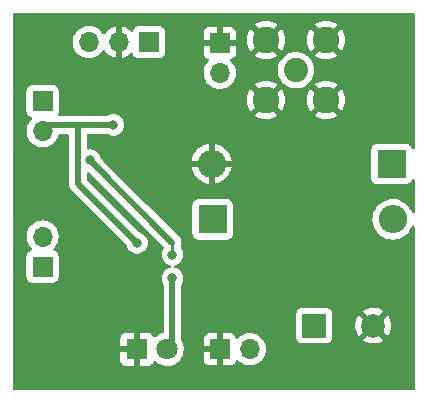
<source format=gbr>
%TF.GenerationSoftware,KiCad,Pcbnew,5.99.0-unknown-34fb55dc9c~93~ubuntu20.04.1*%
%TF.CreationDate,2020-12-20T23:19:58+03:00*%
%TF.ProjectId,uhf_detector,7568665f-6465-4746-9563-746f722e6b69,rev?*%
%TF.SameCoordinates,Original*%
%TF.FileFunction,Copper,L2,Bot*%
%TF.FilePolarity,Positive*%
%FSLAX46Y46*%
G04 Gerber Fmt 4.6, Leading zero omitted, Abs format (unit mm)*
G04 Created by KiCad (PCBNEW 5.99.0-unknown-34fb55dc9c~93~ubuntu20.04.1) date 2020-12-20 23:19:58*
%MOMM*%
%LPD*%
G01*
G04 APERTURE LIST*
%TA.AperFunction,ComponentPad*%
%ADD10O,1.700000X1.700000*%
%TD*%
%TA.AperFunction,ComponentPad*%
%ADD11R,1.700000X1.700000*%
%TD*%
%TA.AperFunction,ComponentPad*%
%ADD12C,2.000000*%
%TD*%
%TA.AperFunction,ComponentPad*%
%ADD13R,2.000000X2.000000*%
%TD*%
%TA.AperFunction,ComponentPad*%
%ADD14C,2.250000*%
%TD*%
%TA.AperFunction,ComponentPad*%
%ADD15C,2.050000*%
%TD*%
%TA.AperFunction,ComponentPad*%
%ADD16C,1.800000*%
%TD*%
%TA.AperFunction,ComponentPad*%
%ADD17R,1.800000X1.800000*%
%TD*%
%TA.AperFunction,ComponentPad*%
%ADD18O,2.400000X2.400000*%
%TD*%
%TA.AperFunction,ComponentPad*%
%ADD19R,2.400000X2.400000*%
%TD*%
%TA.AperFunction,ViaPad*%
%ADD20C,0.800000*%
%TD*%
%TA.AperFunction,Conductor*%
%ADD21C,0.500000*%
%TD*%
%TA.AperFunction,Conductor*%
%ADD22C,0.250000*%
%TD*%
G04 APERTURE END LIST*
D10*
%TO.P,J6,2,Pin_2*%
%TO.N,+9V*%
X41540000Y-63000000D03*
D11*
%TO.P,J6,1,Pin_1*%
%TO.N,GNDA*%
X39000000Y-63000000D03*
%TD*%
D12*
%TO.P,C2,2*%
%TO.N,GNDA*%
X52000000Y-61000000D03*
D13*
%TO.P,C2,1*%
%TO.N,+9V*%
X47000000Y-61000000D03*
%TD*%
D10*
%TO.P,J5,2,Pin_2*%
%TO.N,Net-(C1-Pad1)*%
X39000000Y-39590000D03*
D11*
%TO.P,J5,1,Pin_1*%
%TO.N,GNDA*%
X39000000Y-37050000D03*
%TD*%
D14*
%TO.P,J4,2,Ext*%
%TO.N,GNDA*%
X42920000Y-41900000D03*
X42920000Y-36820000D03*
X48000000Y-36820000D03*
X48000000Y-41900000D03*
D15*
%TO.P,J4,1,In*%
%TO.N,Net-(C1-Pad1)*%
X45460000Y-39360000D03*
%TD*%
D10*
%TO.P,J3,3,Pin_3*%
%TO.N,/CH1*%
X27920000Y-37000000D03*
%TO.P,J3,2,Pin_2*%
%TO.N,GNDA*%
X30460000Y-37000000D03*
D11*
%TO.P,J3,1,Pin_1*%
%TO.N,/CH2*%
X33000000Y-37000000D03*
%TD*%
D10*
%TO.P,J2,2,Pin_2*%
%TO.N,Net-(J2-Pad2)*%
X24000000Y-53460000D03*
D11*
%TO.P,J2,1,Pin_1*%
%TO.N,Net-(J2-Pad1)*%
X24000000Y-56000000D03*
%TD*%
D10*
%TO.P,J1,2,Pin_2*%
%TO.N,Net-(J1-Pad2)*%
X24000000Y-44540000D03*
D11*
%TO.P,J1,1,Pin_1*%
%TO.N,/CH1*%
X24000000Y-42000000D03*
%TD*%
D16*
%TO.P,D3,2,A*%
%TO.N,Net-(D3-Pad2)*%
X34540000Y-63000000D03*
D17*
%TO.P,D3,1,K*%
%TO.N,GNDA*%
X32000000Y-63000000D03*
%TD*%
D18*
%TO.P,D2,2,A*%
%TO.N,Net-(C1-Pad2)*%
X53640000Y-52000000D03*
D19*
%TO.P,D2,1,K*%
%TO.N,Net-(C3-Pad1)*%
X38400000Y-52000000D03*
%TD*%
D18*
%TO.P,D1,2,A*%
%TO.N,GNDA*%
X38310000Y-47300000D03*
D19*
%TO.P,D1,1,K*%
%TO.N,Net-(C1-Pad2)*%
X53550000Y-47300000D03*
%TD*%
D20*
%TO.N,GNDA*%
X38000000Y-57000000D03*
X26000000Y-60000000D03*
X29600000Y-57500000D03*
X32000000Y-41000000D03*
X30000000Y-41000000D03*
X30000000Y-46000000D03*
%TO.N,Net-(J1-Pad2)*%
X32000000Y-54000000D03*
X30000000Y-44000000D03*
%TO.N,/CH1*%
X35000000Y-55000000D03*
X28000000Y-47000000D03*
%TO.N,Net-(D3-Pad2)*%
X35000000Y-57000000D03*
%TD*%
D21*
%TO.N,Net-(J1-Pad2)*%
X27000000Y-49000000D02*
X27000000Y-46434315D01*
D22*
X27000000Y-44000000D02*
X30000000Y-44000000D01*
D21*
X32000000Y-54000000D02*
X27000000Y-49000000D01*
X27000000Y-46434315D02*
X27000000Y-44000000D01*
X30000000Y-44000000D02*
X24540000Y-44000000D01*
D22*
X24540000Y-44000000D02*
X24000000Y-44540000D01*
%TO.N,/CH1*%
X35000000Y-55000000D02*
X35000000Y-54000000D01*
D21*
X35000000Y-54000000D02*
X28000000Y-47000000D01*
%TO.N,Net-(D3-Pad2)*%
X35000000Y-57000000D02*
X35000000Y-62540000D01*
X35000000Y-62540000D02*
X34540000Y-63000000D01*
%TD*%
%TA.AperFunction,Conductor*%
%TO.N,GNDA*%
G36*
X55434121Y-34528002D02*
G01*
X55480614Y-34581658D01*
X55492000Y-34634000D01*
X55492000Y-45946573D01*
X55471998Y-46014694D01*
X55418342Y-46061187D01*
X55348068Y-46071291D01*
X55283488Y-46041797D01*
X55245104Y-45982071D01*
X55219635Y-45895330D01*
X55219634Y-45895328D01*
X55217096Y-45886684D01*
X55171393Y-45815569D01*
X55142949Y-45771309D01*
X55142947Y-45771306D01*
X55138077Y-45763729D01*
X55131267Y-45757828D01*
X55034431Y-45673918D01*
X55034428Y-45673916D01*
X55027619Y-45668016D01*
X55019421Y-45664272D01*
X54902864Y-45611042D01*
X54902863Y-45611042D01*
X54894670Y-45607300D01*
X54885755Y-45606018D01*
X54885754Y-45606018D01*
X54754448Y-45587139D01*
X54754441Y-45587138D01*
X54750000Y-45586500D01*
X52350000Y-45586500D01*
X52276921Y-45591727D01*
X52223884Y-45607300D01*
X52145330Y-45630365D01*
X52145328Y-45630366D01*
X52136684Y-45632904D01*
X52129105Y-45637775D01*
X52021309Y-45707051D01*
X52021306Y-45707053D01*
X52013729Y-45711923D01*
X52007828Y-45718733D01*
X51923918Y-45815569D01*
X51923916Y-45815572D01*
X51918016Y-45822381D01*
X51914272Y-45830579D01*
X51887729Y-45888701D01*
X51857300Y-45955330D01*
X51856018Y-45964245D01*
X51856018Y-45964246D01*
X51837139Y-46095552D01*
X51837138Y-46095559D01*
X51836500Y-46100000D01*
X51836500Y-48500000D01*
X51841727Y-48573079D01*
X51843631Y-48579562D01*
X51878539Y-48698449D01*
X51882904Y-48713316D01*
X51887775Y-48720895D01*
X51957051Y-48828691D01*
X51957053Y-48828694D01*
X51961923Y-48836271D01*
X51968733Y-48842172D01*
X52065569Y-48926082D01*
X52065572Y-48926084D01*
X52072381Y-48931984D01*
X52080579Y-48935728D01*
X52170753Y-48976909D01*
X52205330Y-48992700D01*
X52214245Y-48993982D01*
X52214246Y-48993982D01*
X52345552Y-49012861D01*
X52345559Y-49012862D01*
X52350000Y-49013500D01*
X54750000Y-49013500D01*
X54823079Y-49008273D01*
X54929896Y-48976909D01*
X54954670Y-48969635D01*
X54954672Y-48969634D01*
X54963316Y-48967096D01*
X55012125Y-48935728D01*
X55078691Y-48892949D01*
X55078694Y-48892947D01*
X55086271Y-48888077D01*
X55092172Y-48881267D01*
X55176082Y-48784431D01*
X55176084Y-48784428D01*
X55181984Y-48777619D01*
X55242700Y-48644670D01*
X55243982Y-48635753D01*
X55245104Y-48631932D01*
X55283487Y-48572206D01*
X55348068Y-48542713D01*
X55418342Y-48552816D01*
X55471998Y-48599309D01*
X55492000Y-48667430D01*
X55492000Y-51375431D01*
X55471998Y-51443552D01*
X55418342Y-51490045D01*
X55348068Y-51500149D01*
X55283488Y-51470655D01*
X55248970Y-51422121D01*
X55180545Y-51250614D01*
X55178770Y-51246164D01*
X55047039Y-51022082D01*
X54882929Y-50820504D01*
X54690216Y-50646069D01*
X54473336Y-50502791D01*
X54468996Y-50500790D01*
X54468992Y-50500788D01*
X54241630Y-50395973D01*
X54241627Y-50395972D01*
X54237278Y-50393967D01*
X54147073Y-50368016D01*
X53992069Y-50323423D01*
X53992065Y-50323422D01*
X53987476Y-50322102D01*
X53982741Y-50321491D01*
X53982735Y-50321490D01*
X53734415Y-50289459D01*
X53729678Y-50288848D01*
X53591912Y-50292095D01*
X53474596Y-50294859D01*
X53474591Y-50294859D01*
X53469816Y-50294972D01*
X53407490Y-50306018D01*
X53218574Y-50339499D01*
X53218570Y-50339500D01*
X53213870Y-50340333D01*
X52967730Y-50423886D01*
X52737061Y-50543709D01*
X52527171Y-50697044D01*
X52523779Y-50700418D01*
X52523777Y-50700420D01*
X52346282Y-50876988D01*
X52346278Y-50876993D01*
X52342889Y-50880364D01*
X52188457Y-51089449D01*
X52067427Y-51319487D01*
X51982587Y-51565186D01*
X51935887Y-51820890D01*
X51928402Y-52080717D01*
X51937330Y-52152912D01*
X51956060Y-52304357D01*
X51960305Y-52338686D01*
X51961603Y-52343289D01*
X51961604Y-52343293D01*
X51987642Y-52435616D01*
X52030862Y-52588861D01*
X52138449Y-52825485D01*
X52280589Y-53043113D01*
X52293288Y-53057291D01*
X52423125Y-53202250D01*
X52454013Y-53236736D01*
X52543621Y-53310472D01*
X52651023Y-53398851D01*
X52651028Y-53398854D01*
X52654729Y-53401900D01*
X52878118Y-53534802D01*
X52992835Y-53581267D01*
X53114599Y-53630587D01*
X53114603Y-53630588D01*
X53119039Y-53632385D01*
X53371950Y-53692404D01*
X53376721Y-53692792D01*
X53376727Y-53692793D01*
X53617805Y-53712401D01*
X53631028Y-53713477D01*
X53635802Y-53713139D01*
X53885529Y-53695457D01*
X53885532Y-53695456D01*
X53890313Y-53695118D01*
X53894989Y-53694060D01*
X54139177Y-53638806D01*
X54139181Y-53638805D01*
X54143838Y-53637751D01*
X54385768Y-53542696D01*
X54389900Y-53540296D01*
X54389904Y-53540294D01*
X54606400Y-53414543D01*
X54610537Y-53412140D01*
X54812971Y-53249088D01*
X54988413Y-53057291D01*
X55132825Y-52841164D01*
X55242883Y-52605679D01*
X55245096Y-52598134D01*
X55245701Y-52597193D01*
X55245921Y-52596611D01*
X55246045Y-52596658D01*
X55283466Y-52538400D01*
X55348041Y-52508892D01*
X55418317Y-52518981D01*
X55471983Y-52565462D01*
X55492000Y-52633606D01*
X55492000Y-66366000D01*
X55471998Y-66434121D01*
X55418342Y-66480614D01*
X55366000Y-66492000D01*
X21634000Y-66492000D01*
X21565879Y-66471998D01*
X21519386Y-66418342D01*
X21508000Y-66366000D01*
X21508000Y-63267548D01*
X30587000Y-63267548D01*
X30587000Y-63897743D01*
X30587161Y-63902250D01*
X30591740Y-63966269D01*
X30594126Y-63979491D01*
X30630819Y-64104458D01*
X30638233Y-64120692D01*
X30707426Y-64228360D01*
X30719112Y-64241847D01*
X30815840Y-64325662D01*
X30830848Y-64335307D01*
X30947275Y-64388477D01*
X30964388Y-64393502D01*
X31095554Y-64412361D01*
X31104495Y-64413000D01*
X31727885Y-64413000D01*
X31743124Y-64408525D01*
X31744329Y-64407135D01*
X31746000Y-64399452D01*
X31746000Y-63272115D01*
X31741525Y-63256876D01*
X31740135Y-63255671D01*
X31732452Y-63254000D01*
X30605115Y-63254000D01*
X30589876Y-63258475D01*
X30588671Y-63259865D01*
X30587000Y-63267548D01*
X21508000Y-63267548D01*
X21508000Y-62104495D01*
X30587000Y-62104495D01*
X30587000Y-62727885D01*
X30591475Y-62743124D01*
X30592865Y-62744329D01*
X30600548Y-62746000D01*
X31727885Y-62746000D01*
X31743124Y-62741525D01*
X31744329Y-62740135D01*
X31746000Y-62732452D01*
X31746000Y-61605115D01*
X31741525Y-61589876D01*
X31740135Y-61588671D01*
X31732452Y-61587000D01*
X31102257Y-61587000D01*
X31097750Y-61587161D01*
X31033731Y-61591740D01*
X31020509Y-61594126D01*
X30895542Y-61630819D01*
X30879308Y-61638233D01*
X30771640Y-61707426D01*
X30758153Y-61719112D01*
X30674338Y-61815840D01*
X30664693Y-61830848D01*
X30611523Y-61947275D01*
X30606498Y-61964388D01*
X30587639Y-62095554D01*
X30587000Y-62104495D01*
X21508000Y-62104495D01*
X21508000Y-55150000D01*
X22636500Y-55150000D01*
X22636500Y-56850000D01*
X22641727Y-56923079D01*
X22643631Y-56929562D01*
X22666241Y-57006565D01*
X22682904Y-57063316D01*
X22687775Y-57070895D01*
X22757051Y-57178691D01*
X22757053Y-57178694D01*
X22761923Y-57186271D01*
X22768733Y-57192172D01*
X22865569Y-57276082D01*
X22865572Y-57276084D01*
X22872381Y-57281984D01*
X23005330Y-57342700D01*
X23014245Y-57343982D01*
X23014246Y-57343982D01*
X23145552Y-57362861D01*
X23145559Y-57362862D01*
X23150000Y-57363500D01*
X24850000Y-57363500D01*
X24923079Y-57358273D01*
X25001165Y-57335345D01*
X25054670Y-57319635D01*
X25054672Y-57319634D01*
X25063316Y-57317096D01*
X25127135Y-57276082D01*
X25178691Y-57242949D01*
X25178694Y-57242947D01*
X25186271Y-57238077D01*
X25226048Y-57192172D01*
X25276082Y-57134431D01*
X25276084Y-57134428D01*
X25281984Y-57127619D01*
X25342700Y-56994670D01*
X25353962Y-56916340D01*
X25362861Y-56854448D01*
X25362862Y-56854441D01*
X25363500Y-56850000D01*
X25363500Y-55150000D01*
X25358273Y-55076921D01*
X25334846Y-54997136D01*
X25319635Y-54945330D01*
X25319634Y-54945328D01*
X25317096Y-54936684D01*
X25273463Y-54868790D01*
X25242949Y-54821309D01*
X25242947Y-54821306D01*
X25238077Y-54813729D01*
X25231267Y-54807828D01*
X25134431Y-54723918D01*
X25134428Y-54723916D01*
X25127619Y-54718016D01*
X24994670Y-54657300D01*
X24987612Y-54656285D01*
X24928687Y-54618417D01*
X24899193Y-54553836D01*
X24909296Y-54483562D01*
X24934427Y-54447197D01*
X24936199Y-54445410D01*
X25046030Y-54334617D01*
X25134677Y-54208251D01*
X25175375Y-54150236D01*
X25175376Y-54150234D01*
X25178439Y-54145868D01*
X25277153Y-53937508D01*
X25339349Y-53715494D01*
X25340052Y-53708755D01*
X25347766Y-53634731D01*
X25363249Y-53486176D01*
X25363500Y-53460000D01*
X25354410Y-53352864D01*
X25344458Y-53235576D01*
X25344457Y-53235572D01*
X25344007Y-53230265D01*
X25339466Y-53212767D01*
X25287426Y-53012269D01*
X25286084Y-53007098D01*
X25234731Y-52893098D01*
X25193578Y-52801743D01*
X25193577Y-52801741D01*
X25191388Y-52796882D01*
X25062627Y-52605626D01*
X25054583Y-52597193D01*
X24907161Y-52442656D01*
X24903482Y-52438799D01*
X24718504Y-52301171D01*
X24713753Y-52298755D01*
X24713749Y-52298753D01*
X24517740Y-52199097D01*
X24517739Y-52199097D01*
X24512982Y-52196678D01*
X24372033Y-52152912D01*
X24297895Y-52129891D01*
X24297889Y-52129890D01*
X24292792Y-52128307D01*
X24187798Y-52114391D01*
X24069515Y-52098714D01*
X24069510Y-52098714D01*
X24064230Y-52098014D01*
X24058900Y-52098214D01*
X24058899Y-52098214D01*
X23949030Y-52102339D01*
X23833831Y-52106663D01*
X23751368Y-52123966D01*
X23613411Y-52152912D01*
X23613408Y-52152913D01*
X23608184Y-52154009D01*
X23393740Y-52238697D01*
X23196631Y-52358306D01*
X23192601Y-52361803D01*
X23099426Y-52442656D01*
X23022492Y-52509415D01*
X23019109Y-52513541D01*
X23019105Y-52513545D01*
X22939974Y-52610053D01*
X22876304Y-52687705D01*
X22762245Y-52888077D01*
X22683578Y-53104802D01*
X22682629Y-53110051D01*
X22682628Y-53110054D01*
X22660890Y-53230265D01*
X22642551Y-53331683D01*
X22641779Y-53412140D01*
X22640526Y-53542696D01*
X22640338Y-53562233D01*
X22677002Y-53789861D01*
X22751494Y-54008056D01*
X22861685Y-54210580D01*
X23004424Y-54391644D01*
X23064034Y-54445411D01*
X23101219Y-54505888D01*
X23099805Y-54576871D01*
X23060240Y-54635821D01*
X23015138Y-54659868D01*
X22945330Y-54680365D01*
X22945328Y-54680366D01*
X22936684Y-54682904D01*
X22929105Y-54687775D01*
X22821309Y-54757051D01*
X22821306Y-54757053D01*
X22813729Y-54761923D01*
X22807828Y-54768733D01*
X22723918Y-54865569D01*
X22723916Y-54865572D01*
X22718016Y-54872381D01*
X22657300Y-55005330D01*
X22656018Y-55014245D01*
X22656018Y-55014246D01*
X22637139Y-55145552D01*
X22637138Y-55145559D01*
X22636500Y-55150000D01*
X21508000Y-55150000D01*
X21508000Y-41150000D01*
X22636500Y-41150000D01*
X22636500Y-42850000D01*
X22641727Y-42923079D01*
X22682904Y-43063316D01*
X22701901Y-43092876D01*
X22757051Y-43178691D01*
X22757053Y-43178694D01*
X22761923Y-43186271D01*
X22768733Y-43192172D01*
X22865569Y-43276082D01*
X22865572Y-43276084D01*
X22872381Y-43281984D01*
X23005330Y-43342700D01*
X23011639Y-43343607D01*
X23070244Y-43381269D01*
X23099738Y-43445849D01*
X23089636Y-43516123D01*
X23057601Y-43558949D01*
X23022492Y-43589415D01*
X23019109Y-43593541D01*
X23019105Y-43593545D01*
X22985335Y-43634731D01*
X22876304Y-43767705D01*
X22873665Y-43772341D01*
X22873663Y-43772344D01*
X22848450Y-43816637D01*
X22762245Y-43968077D01*
X22683578Y-44184802D01*
X22682629Y-44190051D01*
X22682628Y-44190054D01*
X22648773Y-44377277D01*
X22642551Y-44411683D01*
X22640338Y-44642233D01*
X22677002Y-44869861D01*
X22751494Y-45088056D01*
X22861685Y-45290580D01*
X23004424Y-45471644D01*
X23008389Y-45475220D01*
X23171659Y-45622489D01*
X23171665Y-45622494D01*
X23175629Y-45626069D01*
X23180142Y-45628928D01*
X23180144Y-45628929D01*
X23186420Y-45632904D01*
X23370406Y-45749439D01*
X23583184Y-45838228D01*
X23588387Y-45839425D01*
X23588392Y-45839426D01*
X23802678Y-45888701D01*
X23802683Y-45888702D01*
X23807881Y-45889897D01*
X23813209Y-45890200D01*
X23813212Y-45890200D01*
X23969293Y-45899063D01*
X24038071Y-45902968D01*
X24043378Y-45902368D01*
X24043380Y-45902368D01*
X24182113Y-45886684D01*
X24267173Y-45877068D01*
X24272288Y-45875587D01*
X24272292Y-45875586D01*
X24401298Y-45838228D01*
X24488635Y-45812937D01*
X24696125Y-45712409D01*
X24700463Y-45709309D01*
X24700468Y-45709306D01*
X24843210Y-45607300D01*
X24883711Y-45578357D01*
X25046030Y-45414617D01*
X25133043Y-45290580D01*
X25175375Y-45230236D01*
X25175376Y-45230234D01*
X25178439Y-45225868D01*
X25277153Y-45017508D01*
X25307692Y-44908496D01*
X25323937Y-44850510D01*
X25361574Y-44790311D01*
X25425782Y-44760015D01*
X25445266Y-44758500D01*
X26115501Y-44758500D01*
X26183622Y-44778502D01*
X26230115Y-44832158D01*
X26241501Y-44884500D01*
X26241500Y-45693112D01*
X26241500Y-46477184D01*
X26241501Y-46477216D01*
X26241500Y-48934015D01*
X26240067Y-48952963D01*
X26236965Y-48973355D01*
X26237558Y-48980647D01*
X26237558Y-48980650D01*
X26241085Y-49024007D01*
X26241500Y-49034222D01*
X26241500Y-49042885D01*
X26241924Y-49046519D01*
X26241924Y-49046525D01*
X26244951Y-49072484D01*
X26245383Y-49076849D01*
X26251301Y-49149604D01*
X26253557Y-49156567D01*
X26254740Y-49162491D01*
X26256130Y-49168371D01*
X26256978Y-49175642D01*
X26281891Y-49244277D01*
X26283303Y-49248391D01*
X26303541Y-49310865D01*
X26303543Y-49310870D01*
X26305798Y-49317830D01*
X26309596Y-49324088D01*
X26312102Y-49329562D01*
X26314814Y-49334979D01*
X26317313Y-49341863D01*
X26321326Y-49347984D01*
X26321327Y-49347986D01*
X26357336Y-49402910D01*
X26359681Y-49406627D01*
X26397535Y-49469006D01*
X26401247Y-49473209D01*
X26405751Y-49478309D01*
X26407969Y-49480891D01*
X26410259Y-49483630D01*
X26414269Y-49489746D01*
X26419579Y-49494776D01*
X26466139Y-49538883D01*
X26468581Y-49541261D01*
X31079881Y-54152562D01*
X31110619Y-54202721D01*
X31165476Y-54371554D01*
X31260963Y-54536942D01*
X31265381Y-54541849D01*
X31265382Y-54541850D01*
X31371646Y-54659868D01*
X31388749Y-54678863D01*
X31394091Y-54682744D01*
X31394093Y-54682746D01*
X31450762Y-54723918D01*
X31543250Y-54791114D01*
X31549278Y-54793798D01*
X31549280Y-54793799D01*
X31711682Y-54866105D01*
X31717713Y-54868790D01*
X31811113Y-54888643D01*
X31898056Y-54907124D01*
X31898061Y-54907124D01*
X31904513Y-54908496D01*
X32095487Y-54908496D01*
X32101939Y-54907124D01*
X32101944Y-54907124D01*
X32188887Y-54888643D01*
X32282287Y-54868790D01*
X32288318Y-54866105D01*
X32450720Y-54793799D01*
X32450722Y-54793798D01*
X32456750Y-54791114D01*
X32549238Y-54723918D01*
X32605907Y-54682746D01*
X32605909Y-54682744D01*
X32611251Y-54678863D01*
X32628354Y-54659868D01*
X32734618Y-54541850D01*
X32734619Y-54541849D01*
X32739037Y-54536942D01*
X32834524Y-54371554D01*
X32885466Y-54214771D01*
X32891498Y-54196206D01*
X32891498Y-54196205D01*
X32893538Y-54189927D01*
X32913500Y-54000000D01*
X32893538Y-53810073D01*
X32834524Y-53628446D01*
X32739037Y-53463058D01*
X32611251Y-53321137D01*
X32605909Y-53317256D01*
X32605907Y-53317254D01*
X32462092Y-53212767D01*
X32462091Y-53212766D01*
X32456750Y-53208886D01*
X32450722Y-53206202D01*
X32450720Y-53206201D01*
X32288318Y-53133895D01*
X32288317Y-53133895D01*
X32282287Y-53131210D01*
X32219234Y-53117808D01*
X32156337Y-53083656D01*
X27795405Y-48722725D01*
X27761379Y-48660413D01*
X27758500Y-48633630D01*
X27758500Y-48135370D01*
X27778502Y-48067249D01*
X27832158Y-48020756D01*
X27902432Y-48010652D01*
X27967012Y-48040146D01*
X27973595Y-48046275D01*
X34239966Y-54312647D01*
X34273992Y-54374959D01*
X34268927Y-54445774D01*
X34259990Y-54464742D01*
X34215472Y-54541850D01*
X34165476Y-54628446D01*
X34106462Y-54810073D01*
X34086500Y-55000000D01*
X34087190Y-55006565D01*
X34102266Y-55150000D01*
X34106462Y-55189927D01*
X34165476Y-55371554D01*
X34260963Y-55536942D01*
X34388749Y-55678863D01*
X34394091Y-55682744D01*
X34394093Y-55682746D01*
X34537908Y-55787233D01*
X34543250Y-55791114D01*
X34549278Y-55793798D01*
X34549280Y-55793799D01*
X34711682Y-55866105D01*
X34717713Y-55868790D01*
X34755176Y-55876753D01*
X34817649Y-55910481D01*
X34851971Y-55972631D01*
X34847243Y-56043470D01*
X34804967Y-56100508D01*
X34755176Y-56123247D01*
X34717713Y-56131210D01*
X34711683Y-56133895D01*
X34711682Y-56133895D01*
X34549280Y-56206201D01*
X34549278Y-56206202D01*
X34543250Y-56208886D01*
X34537909Y-56212766D01*
X34537908Y-56212767D01*
X34394093Y-56317254D01*
X34394091Y-56317256D01*
X34388749Y-56321137D01*
X34260963Y-56463058D01*
X34165476Y-56628446D01*
X34106462Y-56810073D01*
X34105772Y-56816636D01*
X34105772Y-56816637D01*
X34102029Y-56852250D01*
X34086500Y-57000000D01*
X34106462Y-57189927D01*
X34165476Y-57371554D01*
X34168779Y-57377276D01*
X34168780Y-57377277D01*
X34224619Y-57473992D01*
X34241500Y-57536992D01*
X34241501Y-59550371D01*
X34241501Y-61521217D01*
X34221499Y-61589338D01*
X34167843Y-61635831D01*
X34141374Y-61644532D01*
X34140326Y-61644752D01*
X34133816Y-61646118D01*
X33911508Y-61733911D01*
X33906944Y-61736680D01*
X33906945Y-61736680D01*
X33711732Y-61855138D01*
X33711729Y-61855140D01*
X33707171Y-61857906D01*
X33577200Y-61970689D01*
X33512643Y-62000228D01*
X33442362Y-61990174D01*
X33388673Y-61943720D01*
X33373726Y-61911022D01*
X33369180Y-61895540D01*
X33361767Y-61879308D01*
X33292574Y-61771640D01*
X33280888Y-61758153D01*
X33184160Y-61674338D01*
X33169152Y-61664693D01*
X33052725Y-61611523D01*
X33035612Y-61606498D01*
X32904446Y-61587639D01*
X32895505Y-61587000D01*
X32272115Y-61587000D01*
X32256876Y-61591475D01*
X32255671Y-61592865D01*
X32254000Y-61600548D01*
X32254000Y-64394885D01*
X32258475Y-64410124D01*
X32259865Y-64411329D01*
X32267548Y-64413000D01*
X32897743Y-64413000D01*
X32902250Y-64412839D01*
X32966269Y-64408260D01*
X32979491Y-64405874D01*
X33104458Y-64369181D01*
X33120692Y-64361767D01*
X33228360Y-64292574D01*
X33241847Y-64280888D01*
X33325662Y-64184160D01*
X33335307Y-64169152D01*
X33380044Y-64071190D01*
X33426537Y-64017534D01*
X33494658Y-63997532D01*
X33562779Y-64017534D01*
X33579049Y-64029968D01*
X33685399Y-64125895D01*
X33689912Y-64128754D01*
X33689914Y-64128755D01*
X33753936Y-64169306D01*
X33887318Y-64253790D01*
X33952257Y-64280888D01*
X34083339Y-64335586D01*
X34107900Y-64345835D01*
X34182548Y-64363000D01*
X34335629Y-64398201D01*
X34335633Y-64398202D01*
X34340836Y-64399398D01*
X34346169Y-64399701D01*
X34346170Y-64399701D01*
X34454877Y-64405874D01*
X34579467Y-64412949D01*
X34584774Y-64412349D01*
X34584776Y-64412349D01*
X34751486Y-64393502D01*
X34816970Y-64386099D01*
X34822085Y-64384618D01*
X34822089Y-64384617D01*
X35041430Y-64321100D01*
X35041435Y-64321098D01*
X35046553Y-64319616D01*
X35261652Y-64215401D01*
X35329790Y-64166709D01*
X35451771Y-64079540D01*
X35451773Y-64079538D01*
X35456117Y-64076434D01*
X35534334Y-63997532D01*
X35620635Y-63910475D01*
X35620636Y-63910474D01*
X35624388Y-63906689D01*
X35761652Y-63711019D01*
X35863986Y-63495018D01*
X35927711Y-63267547D01*
X37637000Y-63267547D01*
X37637000Y-63847743D01*
X37637161Y-63852250D01*
X37641740Y-63916269D01*
X37644126Y-63929491D01*
X37680819Y-64054458D01*
X37688233Y-64070692D01*
X37757426Y-64178360D01*
X37769112Y-64191847D01*
X37865840Y-64275662D01*
X37880848Y-64285307D01*
X37997275Y-64338477D01*
X38014388Y-64343502D01*
X38145554Y-64362361D01*
X38154495Y-64363000D01*
X38727885Y-64363000D01*
X38743124Y-64358525D01*
X38744329Y-64357135D01*
X38746000Y-64349452D01*
X38746001Y-63272115D01*
X38741526Y-63256876D01*
X38740136Y-63255671D01*
X38732453Y-63254000D01*
X37655115Y-63253999D01*
X37639876Y-63258474D01*
X37638671Y-63259864D01*
X37637000Y-63267547D01*
X35927711Y-63267547D01*
X35928463Y-63264863D01*
X35929296Y-63256876D01*
X35952933Y-63030083D01*
X35952933Y-63030080D01*
X35953240Y-63027136D01*
X35953500Y-63000000D01*
X35933292Y-62761840D01*
X35929181Y-62746000D01*
X35874586Y-62535655D01*
X35874584Y-62535650D01*
X35873245Y-62530490D01*
X35775077Y-62312565D01*
X35774100Y-62311114D01*
X35758500Y-62251006D01*
X35758500Y-62154495D01*
X37637000Y-62154495D01*
X37637000Y-62727885D01*
X37641475Y-62743124D01*
X37642865Y-62744329D01*
X37650548Y-62746000D01*
X38727885Y-62746001D01*
X38727895Y-62745998D01*
X39253999Y-62745998D01*
X39254000Y-62746004D01*
X39253999Y-64344885D01*
X39258474Y-64360124D01*
X39259864Y-64361329D01*
X39267547Y-64363000D01*
X39847743Y-64363000D01*
X39852250Y-64362839D01*
X39916269Y-64358260D01*
X39929491Y-64355874D01*
X40054458Y-64319181D01*
X40070692Y-64311767D01*
X40178360Y-64242574D01*
X40191847Y-64230888D01*
X40275662Y-64134160D01*
X40285307Y-64119152D01*
X40338478Y-64002723D01*
X40341637Y-63991964D01*
X40380021Y-63932238D01*
X40444601Y-63902744D01*
X40514875Y-63912848D01*
X40546921Y-63933897D01*
X40715629Y-64086069D01*
X40720142Y-64088928D01*
X40720144Y-64088929D01*
X40770292Y-64120692D01*
X40910406Y-64209439D01*
X41123184Y-64298228D01*
X41128387Y-64299425D01*
X41128392Y-64299426D01*
X41342678Y-64348701D01*
X41342683Y-64348702D01*
X41347881Y-64349897D01*
X41353209Y-64350200D01*
X41353212Y-64350200D01*
X41499826Y-64358525D01*
X41578071Y-64362968D01*
X41583378Y-64362368D01*
X41583380Y-64362368D01*
X41729623Y-64345835D01*
X41807173Y-64337068D01*
X41812288Y-64335587D01*
X41812292Y-64335586D01*
X41941298Y-64298228D01*
X42028635Y-64272937D01*
X42236125Y-64172409D01*
X42240463Y-64169309D01*
X42240468Y-64169306D01*
X42419370Y-64041459D01*
X42423711Y-64038357D01*
X42499893Y-63961508D01*
X42582277Y-63878403D01*
X42582278Y-63878402D01*
X42586030Y-63874617D01*
X42697731Y-63715387D01*
X42715375Y-63690236D01*
X42715376Y-63690234D01*
X42718439Y-63685868D01*
X42817153Y-63477508D01*
X42879349Y-63255494D01*
X42903249Y-63026176D01*
X42903500Y-63000000D01*
X42903250Y-62997052D01*
X42884458Y-62775576D01*
X42884457Y-62775572D01*
X42884007Y-62770265D01*
X42881821Y-62761840D01*
X42827426Y-62552269D01*
X42826084Y-62547098D01*
X42820930Y-62535655D01*
X42733578Y-62341743D01*
X42733577Y-62341741D01*
X42731388Y-62336882D01*
X42725874Y-62328691D01*
X42685971Y-62269421D01*
X42602627Y-62145626D01*
X42443482Y-61978799D01*
X42432581Y-61970688D01*
X42309762Y-61879308D01*
X42258504Y-61841171D01*
X42253753Y-61838755D01*
X42253749Y-61838753D01*
X42057740Y-61739097D01*
X42057739Y-61739097D01*
X42052982Y-61736678D01*
X41912033Y-61692912D01*
X41837895Y-61669891D01*
X41837889Y-61669890D01*
X41832792Y-61668307D01*
X41698800Y-61650548D01*
X41609515Y-61638714D01*
X41609510Y-61638714D01*
X41604230Y-61638014D01*
X41598900Y-61638214D01*
X41598899Y-61638214D01*
X41489031Y-61642338D01*
X41373831Y-61646663D01*
X41303010Y-61661523D01*
X41153411Y-61692912D01*
X41153408Y-61692913D01*
X41148184Y-61694009D01*
X40933740Y-61778697D01*
X40736631Y-61898306D01*
X40732601Y-61901803D01*
X40602663Y-62014557D01*
X40562492Y-62049415D01*
X40556961Y-62056160D01*
X40555778Y-62056967D01*
X40555390Y-62057366D01*
X40555309Y-62057287D01*
X40498305Y-62096157D01*
X40427335Y-62098093D01*
X40366585Y-62061352D01*
X40338628Y-62011773D01*
X40319180Y-61945540D01*
X40311767Y-61929308D01*
X40242574Y-61821640D01*
X40230888Y-61808153D01*
X40134160Y-61724338D01*
X40119152Y-61714693D01*
X40002725Y-61661523D01*
X39985612Y-61656498D01*
X39854446Y-61637639D01*
X39845505Y-61637000D01*
X39272115Y-61637000D01*
X39256876Y-61641475D01*
X39255671Y-61642865D01*
X39254000Y-61650548D01*
X39253999Y-62745998D01*
X38727895Y-62745998D01*
X38743124Y-62741526D01*
X38744329Y-62740136D01*
X38746000Y-62732453D01*
X38746001Y-61655115D01*
X38741526Y-61639876D01*
X38740136Y-61638671D01*
X38732453Y-61637000D01*
X38152257Y-61637000D01*
X38147750Y-61637161D01*
X38083731Y-61641740D01*
X38070509Y-61644126D01*
X37945542Y-61680819D01*
X37929308Y-61688233D01*
X37821640Y-61757426D01*
X37808153Y-61769112D01*
X37724338Y-61865840D01*
X37714693Y-61880848D01*
X37661523Y-61997275D01*
X37656498Y-62014388D01*
X37637639Y-62145554D01*
X37637000Y-62154495D01*
X35758500Y-62154495D01*
X35758500Y-60000000D01*
X45486500Y-60000000D01*
X45486500Y-62000000D01*
X45491727Y-62073079D01*
X45512748Y-62144670D01*
X45528814Y-62199385D01*
X45532904Y-62213316D01*
X45543547Y-62229877D01*
X45607051Y-62328691D01*
X45607053Y-62328694D01*
X45611923Y-62336271D01*
X45618733Y-62342172D01*
X45715569Y-62426082D01*
X45715572Y-62426084D01*
X45722381Y-62431984D01*
X45730579Y-62435728D01*
X45819251Y-62476223D01*
X45855330Y-62492700D01*
X45864245Y-62493982D01*
X45864246Y-62493982D01*
X45995552Y-62512861D01*
X45995559Y-62512862D01*
X46000000Y-62513500D01*
X48000000Y-62513500D01*
X48073079Y-62508273D01*
X48174842Y-62478393D01*
X48204670Y-62469635D01*
X48204672Y-62469634D01*
X48213316Y-62467096D01*
X48267951Y-62431984D01*
X48328691Y-62392949D01*
X48328694Y-62392947D01*
X48336271Y-62388077D01*
X48380632Y-62336882D01*
X48426082Y-62284431D01*
X48426084Y-62284428D01*
X48431984Y-62277619D01*
X48453787Y-62229877D01*
X51134739Y-62229877D01*
X51143846Y-62241734D01*
X51221157Y-62296677D01*
X51229815Y-62301838D01*
X51438488Y-62404518D01*
X51447872Y-62408233D01*
X51670257Y-62476223D01*
X51680127Y-62478393D01*
X51910520Y-62509953D01*
X51920611Y-62510517D01*
X52153091Y-62504836D01*
X52163124Y-62503781D01*
X52391716Y-62461001D01*
X52401455Y-62458355D01*
X52620263Y-62379579D01*
X52629456Y-62375409D01*
X52832848Y-62262667D01*
X52841264Y-62257076D01*
X52858704Y-62243353D01*
X52867173Y-62231451D01*
X52860676Y-62219886D01*
X52012812Y-61372022D01*
X51998868Y-61364408D01*
X51997035Y-61364539D01*
X51990420Y-61368790D01*
X51141243Y-62217967D01*
X51134739Y-62229877D01*
X48453787Y-62229877D01*
X48492700Y-62144670D01*
X48504679Y-62061352D01*
X48512861Y-62004448D01*
X48512862Y-62004441D01*
X48513500Y-62000000D01*
X48513500Y-61100479D01*
X50490739Y-61100479D01*
X50491443Y-61110550D01*
X50526218Y-61340490D01*
X50528522Y-61350314D01*
X50599613Y-61571735D01*
X50603461Y-61581071D01*
X50709040Y-61788283D01*
X50714325Y-61796874D01*
X50758392Y-61857083D01*
X50769404Y-61865513D01*
X50782146Y-61858644D01*
X51627978Y-61012812D01*
X51634355Y-61001132D01*
X52364408Y-61001132D01*
X52364539Y-61002965D01*
X52368790Y-61009580D01*
X53218567Y-61859357D01*
X53230947Y-61866117D01*
X53239680Y-61859579D01*
X53323069Y-61733113D01*
X53327926Y-61724278D01*
X53423259Y-61512154D01*
X53426642Y-61502653D01*
X53486836Y-61278007D01*
X53488655Y-61268095D01*
X53512378Y-61034540D01*
X53512698Y-61028816D01*
X53512970Y-61002857D01*
X53512771Y-60997152D01*
X53493943Y-60763142D01*
X53492331Y-60753189D01*
X53436856Y-60527337D01*
X53433673Y-60517767D01*
X53342803Y-60303690D01*
X53338130Y-60294753D01*
X53242036Y-60142155D01*
X53231465Y-60132824D01*
X53222303Y-60136907D01*
X52372022Y-60987188D01*
X52364408Y-61001132D01*
X51634355Y-61001132D01*
X51635592Y-60998868D01*
X51635461Y-60997035D01*
X51631210Y-60990420D01*
X50781314Y-60140524D01*
X50768746Y-60133661D01*
X50757697Y-60141845D01*
X50731296Y-60176375D01*
X50725832Y-60184854D01*
X50615936Y-60389809D01*
X50611894Y-60399061D01*
X50536182Y-60618947D01*
X50533673Y-60628719D01*
X50494089Y-60857885D01*
X50493174Y-60867933D01*
X50490739Y-61100479D01*
X48513500Y-61100479D01*
X48513500Y-60000000D01*
X48508273Y-59926921D01*
X48467096Y-59786684D01*
X48455704Y-59768957D01*
X51134891Y-59768957D01*
X51142081Y-59782871D01*
X51987188Y-60627978D01*
X52001132Y-60635592D01*
X52002965Y-60635461D01*
X52009580Y-60631210D01*
X52861493Y-59779297D01*
X52868701Y-59766096D01*
X52862495Y-59757403D01*
X52859120Y-59755057D01*
X52658114Y-59638069D01*
X52649023Y-59633714D01*
X52431907Y-59550371D01*
X52422230Y-59547523D01*
X52194591Y-59499967D01*
X52184564Y-59498700D01*
X51952251Y-59488152D01*
X51942173Y-59488503D01*
X51711150Y-59515233D01*
X51701256Y-59517192D01*
X51477473Y-59580516D01*
X51468029Y-59584028D01*
X51257247Y-59682318D01*
X51248482Y-59687297D01*
X51143215Y-59758836D01*
X51134891Y-59768957D01*
X48455704Y-59768957D01*
X48421393Y-59715569D01*
X48392949Y-59671309D01*
X48392947Y-59671306D01*
X48388077Y-59663729D01*
X48353438Y-59633714D01*
X48284431Y-59573918D01*
X48284428Y-59573916D01*
X48277619Y-59568016D01*
X48195175Y-59530365D01*
X48152864Y-59511042D01*
X48152863Y-59511042D01*
X48144670Y-59507300D01*
X48135755Y-59506018D01*
X48135754Y-59506018D01*
X48004448Y-59487139D01*
X48004441Y-59487138D01*
X48000000Y-59486500D01*
X46000000Y-59486500D01*
X45926921Y-59491727D01*
X45873884Y-59507300D01*
X45795330Y-59530365D01*
X45795328Y-59530366D01*
X45786684Y-59532904D01*
X45779105Y-59537775D01*
X45671309Y-59607051D01*
X45671306Y-59607053D01*
X45663729Y-59611923D01*
X45657828Y-59618733D01*
X45573918Y-59715569D01*
X45573916Y-59715572D01*
X45568016Y-59722381D01*
X45507300Y-59855330D01*
X45506018Y-59864245D01*
X45506018Y-59864246D01*
X45487139Y-59995552D01*
X45487138Y-59995559D01*
X45486500Y-60000000D01*
X35758500Y-60000000D01*
X35758500Y-57536992D01*
X35775381Y-57473992D01*
X35831220Y-57377277D01*
X35831221Y-57377276D01*
X35834524Y-57371554D01*
X35893538Y-57189927D01*
X35913500Y-57000000D01*
X35897971Y-56852250D01*
X35894228Y-56816637D01*
X35894228Y-56816636D01*
X35893538Y-56810073D01*
X35834524Y-56628446D01*
X35739037Y-56463058D01*
X35611251Y-56321137D01*
X35605909Y-56317256D01*
X35605907Y-56317254D01*
X35462092Y-56212767D01*
X35462091Y-56212766D01*
X35456750Y-56208886D01*
X35450722Y-56206202D01*
X35450720Y-56206201D01*
X35288318Y-56133895D01*
X35288317Y-56133895D01*
X35282287Y-56131210D01*
X35244824Y-56123247D01*
X35182351Y-56089519D01*
X35148029Y-56027369D01*
X35152757Y-55956530D01*
X35195033Y-55899492D01*
X35244824Y-55876753D01*
X35282287Y-55868790D01*
X35288318Y-55866105D01*
X35450720Y-55793799D01*
X35450722Y-55793798D01*
X35456750Y-55791114D01*
X35462092Y-55787233D01*
X35605907Y-55682746D01*
X35605909Y-55682744D01*
X35611251Y-55678863D01*
X35739037Y-55536942D01*
X35834524Y-55371554D01*
X35893538Y-55189927D01*
X35897735Y-55150000D01*
X35912810Y-55006565D01*
X35913500Y-55000000D01*
X35893538Y-54810073D01*
X35834524Y-54628446D01*
X35739037Y-54463058D01*
X35717047Y-54438635D01*
X35686329Y-54374629D01*
X35693816Y-54307229D01*
X35736439Y-54201466D01*
X35763035Y-54026645D01*
X35761905Y-54012745D01*
X35749292Y-53857689D01*
X35748699Y-53850395D01*
X35729089Y-53789861D01*
X35696459Y-53689135D01*
X35696458Y-53689132D01*
X35694202Y-53682169D01*
X35686597Y-53669635D01*
X35605372Y-53535783D01*
X35605370Y-53535781D01*
X35602465Y-53530993D01*
X35593325Y-53520644D01*
X32872681Y-50800000D01*
X36686500Y-50800000D01*
X36686500Y-53200000D01*
X36691727Y-53273079D01*
X36693631Y-53279562D01*
X36728657Y-53398851D01*
X36732904Y-53413316D01*
X36737775Y-53420895D01*
X36807051Y-53528691D01*
X36807053Y-53528694D01*
X36811923Y-53536271D01*
X36818733Y-53542172D01*
X36915569Y-53626082D01*
X36915572Y-53626084D01*
X36922381Y-53631984D01*
X36930579Y-53635728D01*
X36931184Y-53636004D01*
X37055330Y-53692700D01*
X37064245Y-53693982D01*
X37064246Y-53693982D01*
X37195552Y-53712861D01*
X37195559Y-53712862D01*
X37200000Y-53713500D01*
X39600000Y-53713500D01*
X39673079Y-53708273D01*
X39783295Y-53675911D01*
X39804670Y-53669635D01*
X39804672Y-53669634D01*
X39813316Y-53667096D01*
X39877135Y-53626082D01*
X39928691Y-53592949D01*
X39928694Y-53592947D01*
X39936271Y-53588077D01*
X39963293Y-53556892D01*
X40026082Y-53484431D01*
X40026084Y-53484428D01*
X40031984Y-53477619D01*
X40035728Y-53469421D01*
X40088958Y-53352864D01*
X40088958Y-53352863D01*
X40092700Y-53344670D01*
X40095323Y-53326429D01*
X40112861Y-53204448D01*
X40112862Y-53204441D01*
X40113500Y-53200000D01*
X40113500Y-50800000D01*
X40108273Y-50726921D01*
X40067096Y-50586684D01*
X40021393Y-50515569D01*
X39992949Y-50471309D01*
X39992947Y-50471306D01*
X39988077Y-50463729D01*
X39981267Y-50457828D01*
X39884431Y-50373918D01*
X39884428Y-50373916D01*
X39877619Y-50368016D01*
X39869421Y-50364272D01*
X39752864Y-50311042D01*
X39752863Y-50311042D01*
X39744670Y-50307300D01*
X39735755Y-50306018D01*
X39735754Y-50306018D01*
X39604448Y-50287139D01*
X39604441Y-50287138D01*
X39600000Y-50286500D01*
X37200000Y-50286500D01*
X37126921Y-50291727D01*
X37073884Y-50307300D01*
X36995330Y-50330365D01*
X36995328Y-50330366D01*
X36986684Y-50332904D01*
X36972733Y-50341870D01*
X36871309Y-50407051D01*
X36871306Y-50407053D01*
X36863729Y-50411923D01*
X36857828Y-50418733D01*
X36773918Y-50515569D01*
X36773916Y-50515572D01*
X36768016Y-50522381D01*
X36707300Y-50655330D01*
X36706018Y-50664245D01*
X36706018Y-50664246D01*
X36687139Y-50795552D01*
X36687138Y-50795559D01*
X36686500Y-50800000D01*
X32872681Y-50800000D01*
X29644032Y-47571351D01*
X36622480Y-47571351D01*
X36630207Y-47633836D01*
X36632094Y-47643194D01*
X36700032Y-47884078D01*
X36703314Y-47893048D01*
X36806906Y-48120888D01*
X36811506Y-48129253D01*
X36948367Y-48338797D01*
X36954179Y-48346373D01*
X37121174Y-48532819D01*
X37128045Y-48539408D01*
X37321321Y-48698449D01*
X37329131Y-48703938D01*
X37544223Y-48831905D01*
X37552780Y-48836152D01*
X37784751Y-48930111D01*
X37793853Y-48933015D01*
X38037375Y-48990806D01*
X38039810Y-48991191D01*
X38052992Y-48988458D01*
X38056000Y-48976909D01*
X38056000Y-48975658D01*
X38563999Y-48975658D01*
X38567972Y-48989189D01*
X38577931Y-48990621D01*
X38809030Y-48938328D01*
X38818137Y-48935526D01*
X39051101Y-48843994D01*
X39059687Y-48839844D01*
X39276117Y-48714131D01*
X39283977Y-48708729D01*
X39478899Y-48551727D01*
X39485865Y-48545185D01*
X39654786Y-48360518D01*
X39660681Y-48352999D01*
X39799729Y-48144899D01*
X39804416Y-48136581D01*
X39910392Y-47909832D01*
X39913760Y-47900920D01*
X39984221Y-47660741D01*
X39986204Y-47651413D01*
X39996876Y-47571955D01*
X39994710Y-47557821D01*
X39981470Y-47554000D01*
X38582115Y-47553999D01*
X38566876Y-47558474D01*
X38565671Y-47559864D01*
X38564000Y-47567547D01*
X38563999Y-48975658D01*
X38056000Y-48975658D01*
X38056001Y-47572115D01*
X38051526Y-47556876D01*
X38050136Y-47555671D01*
X38042453Y-47554000D01*
X36638449Y-47553999D01*
X36624520Y-47558089D01*
X36622480Y-47571351D01*
X29644032Y-47571351D01*
X29100859Y-47028178D01*
X36623326Y-47028178D01*
X36624717Y-47041383D01*
X36639406Y-47046000D01*
X38037885Y-47046001D01*
X38053124Y-47041526D01*
X38054329Y-47040136D01*
X38056000Y-47032453D01*
X38056000Y-47027885D01*
X38563999Y-47027885D01*
X38568474Y-47043124D01*
X38569864Y-47044329D01*
X38577547Y-47046000D01*
X39985564Y-47046001D01*
X40000407Y-47041643D01*
X40001735Y-47034183D01*
X39945695Y-46792407D01*
X39942839Y-46783295D01*
X39850096Y-46550834D01*
X39845893Y-46542254D01*
X39719056Y-46326497D01*
X39713605Y-46318654D01*
X39555588Y-46124561D01*
X39549019Y-46117638D01*
X39363456Y-45949674D01*
X39355915Y-45943825D01*
X39147086Y-45805866D01*
X39138749Y-45801225D01*
X38911456Y-45696442D01*
X38902502Y-45693112D01*
X38661968Y-45623912D01*
X38652635Y-45621980D01*
X38581968Y-45612865D01*
X38567736Y-45615122D01*
X38564000Y-45628198D01*
X38563999Y-47027885D01*
X38056000Y-47027885D01*
X38056001Y-45628448D01*
X38052228Y-45615597D01*
X38037131Y-45613677D01*
X37888703Y-45639982D01*
X37879463Y-45642355D01*
X37642455Y-45722809D01*
X37633684Y-45726550D01*
X37411577Y-45841925D01*
X37403455Y-45846961D01*
X37201358Y-45994603D01*
X37194104Y-46000798D01*
X37016660Y-46177316D01*
X37010422Y-46184542D01*
X36861726Y-46385861D01*
X36856649Y-46393954D01*
X36740114Y-46615450D01*
X36736325Y-46624208D01*
X36654634Y-46860785D01*
X36652210Y-46870023D01*
X36623326Y-47028178D01*
X29100859Y-47028178D01*
X28920119Y-46847439D01*
X28889381Y-46797280D01*
X28836566Y-46634731D01*
X28834524Y-46628446D01*
X28739037Y-46463058D01*
X28611251Y-46321137D01*
X28605909Y-46317256D01*
X28605907Y-46317254D01*
X28462092Y-46212767D01*
X28462091Y-46212766D01*
X28456750Y-46208886D01*
X28450722Y-46206202D01*
X28450720Y-46206201D01*
X28288318Y-46133895D01*
X28288317Y-46133895D01*
X28282287Y-46131210D01*
X28188887Y-46111357D01*
X28101944Y-46092876D01*
X28101939Y-46092876D01*
X28095487Y-46091504D01*
X27904513Y-46091504D01*
X27898058Y-46092876D01*
X27897668Y-46092917D01*
X27827830Y-46080144D01*
X27775984Y-46031641D01*
X27758500Y-45967607D01*
X27758500Y-44884500D01*
X27778502Y-44816379D01*
X27832158Y-44769886D01*
X27884500Y-44758500D01*
X29457420Y-44758500D01*
X29531479Y-44782562D01*
X29543250Y-44791114D01*
X29549277Y-44793797D01*
X29549278Y-44793798D01*
X29553088Y-44795494D01*
X29717713Y-44868790D01*
X29791622Y-44884500D01*
X29898056Y-44907124D01*
X29898061Y-44907124D01*
X29904513Y-44908496D01*
X30095487Y-44908496D01*
X30101939Y-44907124D01*
X30101944Y-44907124D01*
X30208378Y-44884500D01*
X30282287Y-44868790D01*
X30400004Y-44816379D01*
X30450720Y-44793799D01*
X30450722Y-44793798D01*
X30456750Y-44791114D01*
X30485968Y-44769886D01*
X30605907Y-44682746D01*
X30605909Y-44682744D01*
X30611251Y-44678863D01*
X30739037Y-44536942D01*
X30808272Y-44417023D01*
X30831220Y-44377277D01*
X30831221Y-44377276D01*
X30834524Y-44371554D01*
X30893538Y-44189927D01*
X30913500Y-44000000D01*
X30893538Y-43810073D01*
X30834524Y-43628446D01*
X30739037Y-43463058D01*
X30647472Y-43361364D01*
X30615673Y-43326048D01*
X30615672Y-43326047D01*
X30611251Y-43321137D01*
X30605909Y-43317256D01*
X30605907Y-43317254D01*
X30478147Y-43224431D01*
X41960921Y-43224431D01*
X41964614Y-43229708D01*
X42172144Y-43356883D01*
X42180938Y-43361364D01*
X42409257Y-43455937D01*
X42418642Y-43458986D01*
X42658947Y-43516679D01*
X42668694Y-43518222D01*
X42915070Y-43537612D01*
X42924930Y-43537612D01*
X43171306Y-43518222D01*
X43181053Y-43516679D01*
X43421358Y-43458986D01*
X43430743Y-43455937D01*
X43659062Y-43361364D01*
X43667856Y-43356883D01*
X43873888Y-43230626D01*
X43877933Y-43224431D01*
X47040921Y-43224431D01*
X47044614Y-43229708D01*
X47252144Y-43356883D01*
X47260938Y-43361364D01*
X47489257Y-43455937D01*
X47498642Y-43458986D01*
X47738947Y-43516679D01*
X47748694Y-43518222D01*
X47995070Y-43537612D01*
X48004930Y-43537612D01*
X48251306Y-43518222D01*
X48261053Y-43516679D01*
X48501358Y-43458986D01*
X48510743Y-43455937D01*
X48739062Y-43361364D01*
X48747856Y-43356883D01*
X48953888Y-43230626D01*
X48959152Y-43222566D01*
X48953144Y-43212354D01*
X48012812Y-42272022D01*
X47998868Y-42264408D01*
X47997035Y-42264539D01*
X47990420Y-42268790D01*
X47048311Y-43210899D01*
X47040921Y-43224431D01*
X43877933Y-43224431D01*
X43879152Y-43222566D01*
X43873144Y-43212354D01*
X42932812Y-42272022D01*
X42918868Y-42264408D01*
X42917035Y-42264539D01*
X42910420Y-42268790D01*
X41968311Y-43210899D01*
X41960921Y-43224431D01*
X30478147Y-43224431D01*
X30462092Y-43212767D01*
X30462091Y-43212766D01*
X30456750Y-43208886D01*
X30450722Y-43206202D01*
X30450720Y-43206201D01*
X30288318Y-43133895D01*
X30288317Y-43133895D01*
X30282287Y-43131210D01*
X30188887Y-43111357D01*
X30101944Y-43092876D01*
X30101939Y-43092876D01*
X30095487Y-43091504D01*
X29904513Y-43091504D01*
X29898061Y-43092876D01*
X29898056Y-43092876D01*
X29811113Y-43111357D01*
X29717713Y-43131210D01*
X29711683Y-43133895D01*
X29711682Y-43133895D01*
X29549278Y-43206202D01*
X29543250Y-43208886D01*
X29537914Y-43212763D01*
X29537912Y-43212764D01*
X29531479Y-43217438D01*
X29457420Y-43241500D01*
X27025199Y-43241500D01*
X27017397Y-43241258D01*
X26958712Y-43237617D01*
X26951497Y-43238857D01*
X26951493Y-43238857D01*
X26946705Y-43239680D01*
X26925367Y-43241500D01*
X25426036Y-43241500D01*
X25357915Y-43221498D01*
X25311422Y-43167842D01*
X25301318Y-43097568D01*
X25311423Y-43063157D01*
X25338957Y-43002867D01*
X25338958Y-43002864D01*
X25342700Y-42994670D01*
X25353962Y-42916340D01*
X25362861Y-42854448D01*
X25362862Y-42854441D01*
X25363500Y-42850000D01*
X25363500Y-41895070D01*
X41282388Y-41895070D01*
X41282388Y-41904930D01*
X41301778Y-42151306D01*
X41303321Y-42161053D01*
X41361014Y-42401358D01*
X41364063Y-42410743D01*
X41458636Y-42639062D01*
X41463117Y-42647856D01*
X41589374Y-42853888D01*
X41597434Y-42859152D01*
X41607646Y-42853144D01*
X42547978Y-41912812D01*
X42554355Y-41901132D01*
X43284408Y-41901132D01*
X43284539Y-41902965D01*
X43288790Y-41909580D01*
X44230899Y-42851689D01*
X44244431Y-42859079D01*
X44249708Y-42855386D01*
X44376883Y-42647856D01*
X44381364Y-42639062D01*
X44475937Y-42410743D01*
X44478986Y-42401358D01*
X44536679Y-42161053D01*
X44538222Y-42151306D01*
X44557612Y-41904930D01*
X44557612Y-41895070D01*
X46362388Y-41895070D01*
X46362388Y-41904930D01*
X46381778Y-42151306D01*
X46383321Y-42161053D01*
X46441014Y-42401358D01*
X46444063Y-42410743D01*
X46538636Y-42639062D01*
X46543117Y-42647856D01*
X46669374Y-42853888D01*
X46677434Y-42859152D01*
X46687646Y-42853144D01*
X47627978Y-41912812D01*
X47634355Y-41901132D01*
X48364408Y-41901132D01*
X48364539Y-41902965D01*
X48368790Y-41909580D01*
X49310899Y-42851689D01*
X49324431Y-42859079D01*
X49329708Y-42855386D01*
X49456883Y-42647856D01*
X49461364Y-42639062D01*
X49555937Y-42410743D01*
X49558986Y-42401358D01*
X49616679Y-42161053D01*
X49618222Y-42151306D01*
X49637612Y-41904930D01*
X49637612Y-41895070D01*
X49618222Y-41648694D01*
X49616679Y-41638947D01*
X49558986Y-41398642D01*
X49555937Y-41389257D01*
X49461364Y-41160938D01*
X49456883Y-41152144D01*
X49330626Y-40946112D01*
X49322566Y-40940848D01*
X49312354Y-40946856D01*
X48372022Y-41887188D01*
X48364408Y-41901132D01*
X47634355Y-41901132D01*
X47635592Y-41898868D01*
X47635461Y-41897035D01*
X47631210Y-41890420D01*
X46689101Y-40948311D01*
X46675569Y-40940921D01*
X46670292Y-40944614D01*
X46543117Y-41152144D01*
X46538636Y-41160938D01*
X46444063Y-41389257D01*
X46441014Y-41398642D01*
X46383321Y-41638947D01*
X46381778Y-41648694D01*
X46362388Y-41895070D01*
X44557612Y-41895070D01*
X44538222Y-41648694D01*
X44536679Y-41638947D01*
X44478986Y-41398642D01*
X44475937Y-41389257D01*
X44381364Y-41160938D01*
X44376883Y-41152144D01*
X44250626Y-40946112D01*
X44242566Y-40940848D01*
X44232354Y-40946856D01*
X43292022Y-41887188D01*
X43284408Y-41901132D01*
X42554355Y-41901132D01*
X42555592Y-41898868D01*
X42555461Y-41897035D01*
X42551210Y-41890420D01*
X41609101Y-40948311D01*
X41595569Y-40940921D01*
X41590292Y-40944614D01*
X41463117Y-41152144D01*
X41458636Y-41160938D01*
X41364063Y-41389257D01*
X41361014Y-41398642D01*
X41303321Y-41638947D01*
X41301778Y-41648694D01*
X41282388Y-41895070D01*
X25363500Y-41895070D01*
X25363500Y-41150000D01*
X25358273Y-41076921D01*
X25334846Y-40997136D01*
X25319635Y-40945330D01*
X25319634Y-40945328D01*
X25317096Y-40936684D01*
X25271393Y-40865569D01*
X25242949Y-40821309D01*
X25242947Y-40821306D01*
X25238077Y-40813729D01*
X25231267Y-40807828D01*
X25134431Y-40723918D01*
X25134428Y-40723916D01*
X25127619Y-40718016D01*
X24994670Y-40657300D01*
X24985755Y-40656018D01*
X24985754Y-40656018D01*
X24854448Y-40637139D01*
X24854441Y-40637138D01*
X24850000Y-40636500D01*
X23150000Y-40636500D01*
X23076921Y-40641727D01*
X23023884Y-40657300D01*
X22945330Y-40680365D01*
X22945328Y-40680366D01*
X22936684Y-40682904D01*
X22929105Y-40687775D01*
X22821309Y-40757051D01*
X22821306Y-40757053D01*
X22813729Y-40761923D01*
X22807828Y-40768733D01*
X22723918Y-40865569D01*
X22723916Y-40865572D01*
X22718016Y-40872381D01*
X22714272Y-40880579D01*
X22687729Y-40938701D01*
X22657300Y-41005330D01*
X22656018Y-41014245D01*
X22656018Y-41014246D01*
X22637139Y-41145552D01*
X22637138Y-41145559D01*
X22636500Y-41150000D01*
X21508000Y-41150000D01*
X21508000Y-37102233D01*
X26560338Y-37102233D01*
X26597002Y-37329861D01*
X26671494Y-37548056D01*
X26781685Y-37750580D01*
X26924424Y-37931644D01*
X26977470Y-37979491D01*
X27091659Y-38082489D01*
X27091665Y-38082494D01*
X27095629Y-38086069D01*
X27100142Y-38088928D01*
X27100144Y-38088929D01*
X27148285Y-38119421D01*
X27290406Y-38209439D01*
X27503184Y-38298228D01*
X27508387Y-38299425D01*
X27508392Y-38299426D01*
X27722678Y-38348701D01*
X27722683Y-38348702D01*
X27727881Y-38349897D01*
X27733209Y-38350200D01*
X27733212Y-38350200D01*
X27883877Y-38358755D01*
X27958071Y-38362968D01*
X27963378Y-38362368D01*
X27963380Y-38362368D01*
X28137354Y-38342700D01*
X28187173Y-38337068D01*
X28192288Y-38335587D01*
X28192292Y-38335586D01*
X28317161Y-38299426D01*
X28408635Y-38272937D01*
X28616125Y-38172409D01*
X28620463Y-38169309D01*
X28620468Y-38169306D01*
X28799370Y-38041459D01*
X28803711Y-38038357D01*
X28920913Y-37920129D01*
X28962277Y-37878403D01*
X28962278Y-37878402D01*
X28966030Y-37874617D01*
X29002635Y-37822437D01*
X29087953Y-37700816D01*
X29143449Y-37656536D01*
X29214075Y-37649289D01*
X29277407Y-37681375D01*
X29301781Y-37712958D01*
X29319550Y-37745617D01*
X29325402Y-37754491D01*
X29461486Y-37927113D01*
X29468750Y-37934875D01*
X29631967Y-38082094D01*
X29640444Y-38088528D01*
X29826122Y-38206136D01*
X29835567Y-38211053D01*
X30038406Y-38295694D01*
X30048545Y-38298950D01*
X30188345Y-38331096D01*
X30202422Y-38330257D01*
X30206000Y-38320999D01*
X30206001Y-37254002D01*
X30206000Y-37253996D01*
X30206000Y-36745998D01*
X30713999Y-36745998D01*
X30714000Y-36746004D01*
X30713999Y-38319941D01*
X30718150Y-38334079D01*
X30728795Y-38335774D01*
X30732201Y-38335094D01*
X30943333Y-38273954D01*
X30953259Y-38270143D01*
X31151065Y-38174307D01*
X31160212Y-38168876D01*
X31339041Y-38041083D01*
X31347142Y-38034188D01*
X31449327Y-37931107D01*
X31511491Y-37896811D01*
X31582328Y-37901566D01*
X31639349Y-37943864D01*
X31659707Y-37984314D01*
X31682904Y-38063316D01*
X31687775Y-38070895D01*
X31757051Y-38178691D01*
X31757053Y-38178694D01*
X31761923Y-38186271D01*
X31768733Y-38192172D01*
X31865569Y-38276082D01*
X31865572Y-38276084D01*
X31872381Y-38281984D01*
X31880579Y-38285728D01*
X31992998Y-38337068D01*
X32005330Y-38342700D01*
X32014245Y-38343982D01*
X32014246Y-38343982D01*
X32145552Y-38362861D01*
X32145559Y-38362862D01*
X32150000Y-38363500D01*
X33850000Y-38363500D01*
X33923079Y-38358273D01*
X34015636Y-38331096D01*
X34054670Y-38319635D01*
X34054672Y-38319634D01*
X34063316Y-38317096D01*
X34118916Y-38281364D01*
X34178691Y-38242949D01*
X34178694Y-38242947D01*
X34186271Y-38238077D01*
X34211086Y-38209439D01*
X34276082Y-38134431D01*
X34276084Y-38134428D01*
X34281984Y-38127619D01*
X34296122Y-38096662D01*
X34338958Y-38002864D01*
X34338958Y-38002863D01*
X34342700Y-37994670D01*
X34346144Y-37970717D01*
X34362861Y-37854448D01*
X34362862Y-37854441D01*
X34363500Y-37850000D01*
X34363500Y-37317548D01*
X37637000Y-37317548D01*
X37637000Y-37897743D01*
X37637161Y-37902250D01*
X37641740Y-37966269D01*
X37644126Y-37979491D01*
X37680819Y-38104458D01*
X37688233Y-38120692D01*
X37757426Y-38228360D01*
X37769112Y-38241847D01*
X37865840Y-38325662D01*
X37880848Y-38335307D01*
X37997275Y-38388477D01*
X38010969Y-38392498D01*
X38070695Y-38430882D01*
X38100188Y-38495463D01*
X38090083Y-38565737D01*
X38058049Y-38608560D01*
X38026530Y-38635910D01*
X38026524Y-38635917D01*
X38022492Y-38639415D01*
X38019109Y-38643541D01*
X38019105Y-38643545D01*
X38016093Y-38647219D01*
X37876304Y-38817705D01*
X37762245Y-39018077D01*
X37683578Y-39234802D01*
X37682629Y-39240051D01*
X37682628Y-39240054D01*
X37661453Y-39357152D01*
X37642551Y-39461683D01*
X37642500Y-39467023D01*
X37640910Y-39632689D01*
X37640338Y-39692233D01*
X37677002Y-39919861D01*
X37751494Y-40138056D01*
X37754044Y-40142743D01*
X37754045Y-40142745D01*
X37806590Y-40239318D01*
X37861685Y-40340580D01*
X38004424Y-40521644D01*
X38023177Y-40538559D01*
X38171659Y-40672489D01*
X38171665Y-40672494D01*
X38175629Y-40676069D01*
X38180142Y-40678928D01*
X38180144Y-40678929D01*
X38184219Y-40681510D01*
X38370406Y-40799439D01*
X38583184Y-40888228D01*
X38588387Y-40889425D01*
X38588392Y-40889426D01*
X38802678Y-40938701D01*
X38802683Y-40938702D01*
X38807881Y-40939897D01*
X38813209Y-40940200D01*
X38813212Y-40940200D01*
X38969293Y-40949063D01*
X39038071Y-40952968D01*
X39043378Y-40952368D01*
X39043380Y-40952368D01*
X39182113Y-40936684D01*
X39267173Y-40927068D01*
X39272288Y-40925587D01*
X39272292Y-40925586D01*
X39358900Y-40900506D01*
X39488635Y-40862937D01*
X39696125Y-40762409D01*
X39700463Y-40759309D01*
X39700468Y-40759306D01*
X39843210Y-40657300D01*
X39883711Y-40628357D01*
X39934192Y-40577434D01*
X41960848Y-40577434D01*
X41966856Y-40587646D01*
X42907188Y-41527978D01*
X42921132Y-41535592D01*
X42922965Y-41535461D01*
X42929580Y-41531210D01*
X43871689Y-40589101D01*
X43879079Y-40575569D01*
X43875386Y-40570292D01*
X43667856Y-40443117D01*
X43659062Y-40438636D01*
X43430743Y-40344063D01*
X43421358Y-40341014D01*
X43181053Y-40283321D01*
X43171306Y-40281778D01*
X42924930Y-40262388D01*
X42915070Y-40262388D01*
X42668694Y-40281778D01*
X42658947Y-40283321D01*
X42418642Y-40341014D01*
X42409257Y-40344063D01*
X42180938Y-40438636D01*
X42172144Y-40443117D01*
X41966112Y-40569374D01*
X41960848Y-40577434D01*
X39934192Y-40577434D01*
X39993652Y-40517454D01*
X40042277Y-40468403D01*
X40042278Y-40468402D01*
X40046030Y-40464617D01*
X40133043Y-40340580D01*
X40175375Y-40280236D01*
X40175376Y-40280234D01*
X40178439Y-40275868D01*
X40277153Y-40067508D01*
X40339349Y-39845494D01*
X40363249Y-39616176D01*
X40363500Y-39590000D01*
X40353091Y-39467320D01*
X43925248Y-39467320D01*
X43926005Y-39472323D01*
X43926005Y-39472328D01*
X43951020Y-39637729D01*
X43962149Y-39711318D01*
X44037586Y-39946277D01*
X44149618Y-40166152D01*
X44295363Y-40365288D01*
X44471071Y-40538559D01*
X44475196Y-40541491D01*
X44475199Y-40541493D01*
X44523149Y-40575569D01*
X44672222Y-40681510D01*
X44676758Y-40683742D01*
X44889099Y-40788227D01*
X44889104Y-40788229D01*
X44893640Y-40790461D01*
X44898483Y-40791942D01*
X44898484Y-40791942D01*
X45124782Y-40861128D01*
X45124784Y-40861128D01*
X45129630Y-40862610D01*
X45134651Y-40863298D01*
X45134652Y-40863298D01*
X45251875Y-40879356D01*
X45374119Y-40896101D01*
X45444319Y-40894385D01*
X45615756Y-40890196D01*
X45615760Y-40890196D01*
X45620817Y-40890072D01*
X45863378Y-40844678D01*
X46095561Y-40761087D01*
X46311393Y-40641449D01*
X46316870Y-40637139D01*
X46392741Y-40577434D01*
X47040848Y-40577434D01*
X47046856Y-40587646D01*
X47987188Y-41527978D01*
X48001132Y-41535592D01*
X48002965Y-41535461D01*
X48009580Y-41531210D01*
X48951689Y-40589101D01*
X48959079Y-40575569D01*
X48955386Y-40570292D01*
X48747856Y-40443117D01*
X48739062Y-40438636D01*
X48510743Y-40344063D01*
X48501358Y-40341014D01*
X48261053Y-40283321D01*
X48251306Y-40281778D01*
X48004930Y-40262388D01*
X47995070Y-40262388D01*
X47748694Y-40281778D01*
X47738947Y-40283321D01*
X47498642Y-40341014D01*
X47489257Y-40344063D01*
X47260938Y-40438636D01*
X47252144Y-40443117D01*
X47046112Y-40569374D01*
X47040848Y-40577434D01*
X46392741Y-40577434D01*
X46501344Y-40491972D01*
X46501345Y-40491971D01*
X46505320Y-40488843D01*
X46615662Y-40368848D01*
X46668931Y-40310919D01*
X46668933Y-40310916D01*
X46672355Y-40307195D01*
X46808198Y-40101178D01*
X46810272Y-40096564D01*
X46907278Y-39880715D01*
X46907280Y-39880708D01*
X46909355Y-39876092D01*
X46973225Y-39637729D01*
X46998163Y-39392220D01*
X46998500Y-39360000D01*
X46998106Y-39355105D01*
X46979115Y-39119065D01*
X46979114Y-39119061D01*
X46978709Y-39114023D01*
X46919846Y-38874374D01*
X46897761Y-38822344D01*
X46825400Y-38651874D01*
X46825400Y-38651873D01*
X46823424Y-38647219D01*
X46691925Y-38438402D01*
X46528732Y-38253296D01*
X46396198Y-38144431D01*
X47040921Y-38144431D01*
X47044614Y-38149708D01*
X47252144Y-38276883D01*
X47260938Y-38281364D01*
X47489257Y-38375937D01*
X47498642Y-38378986D01*
X47738947Y-38436679D01*
X47748694Y-38438222D01*
X47995070Y-38457612D01*
X48004930Y-38457612D01*
X48251306Y-38438222D01*
X48261053Y-38436679D01*
X48501358Y-38378986D01*
X48510743Y-38375937D01*
X48739062Y-38281364D01*
X48747856Y-38276883D01*
X48953888Y-38150626D01*
X48959152Y-38142566D01*
X48953144Y-38132354D01*
X48012812Y-37192022D01*
X47998868Y-37184408D01*
X47997035Y-37184539D01*
X47990420Y-37188790D01*
X47048311Y-38130899D01*
X47040921Y-38144431D01*
X46396198Y-38144431D01*
X46338043Y-38096662D01*
X46124764Y-37972531D01*
X46120041Y-37970718D01*
X46120039Y-37970717D01*
X45927508Y-37896811D01*
X45894382Y-37884095D01*
X45652825Y-37833632D01*
X45647775Y-37833403D01*
X45647770Y-37833402D01*
X45535369Y-37828298D01*
X45406307Y-37822437D01*
X45401287Y-37823018D01*
X45401283Y-37823018D01*
X45168084Y-37850000D01*
X45161170Y-37850800D01*
X45156299Y-37852178D01*
X45156296Y-37852179D01*
X45047164Y-37883061D01*
X44923722Y-37917992D01*
X44868239Y-37943864D01*
X44704652Y-38020145D01*
X44704648Y-38020147D01*
X44700070Y-38022282D01*
X44495970Y-38160989D01*
X44316672Y-38330543D01*
X44166788Y-38526582D01*
X44164398Y-38531040D01*
X44164397Y-38531041D01*
X44122832Y-38608560D01*
X44050176Y-38744063D01*
X43969835Y-38977391D01*
X43927832Y-39220562D01*
X43925248Y-39467320D01*
X40353091Y-39467320D01*
X40344458Y-39365576D01*
X40344457Y-39365572D01*
X40344007Y-39360265D01*
X40286084Y-39137098D01*
X40275690Y-39114023D01*
X40193578Y-38931743D01*
X40193577Y-38931741D01*
X40191388Y-38926882D01*
X40062627Y-38735626D01*
X39974786Y-38643545D01*
X39930484Y-38597104D01*
X39897937Y-38534007D01*
X39904669Y-38463330D01*
X39948543Y-38407513D01*
X39986156Y-38389236D01*
X40054458Y-38369181D01*
X40070692Y-38361767D01*
X40178360Y-38292574D01*
X40191847Y-38280888D01*
X40275662Y-38184160D01*
X40285307Y-38169152D01*
X40296596Y-38144431D01*
X41960921Y-38144431D01*
X41964614Y-38149708D01*
X42172144Y-38276883D01*
X42180938Y-38281364D01*
X42409257Y-38375937D01*
X42418642Y-38378986D01*
X42658947Y-38436679D01*
X42668694Y-38438222D01*
X42915070Y-38457612D01*
X42924930Y-38457612D01*
X43171306Y-38438222D01*
X43181053Y-38436679D01*
X43421358Y-38378986D01*
X43430743Y-38375937D01*
X43659062Y-38281364D01*
X43667856Y-38276883D01*
X43873888Y-38150626D01*
X43879152Y-38142566D01*
X43873144Y-38132354D01*
X42932812Y-37192022D01*
X42918868Y-37184408D01*
X42917035Y-37184539D01*
X42910420Y-37188790D01*
X41968311Y-38130899D01*
X41960921Y-38144431D01*
X40296596Y-38144431D01*
X40338477Y-38052725D01*
X40343502Y-38035612D01*
X40362361Y-37904446D01*
X40363000Y-37895503D01*
X40363000Y-37322115D01*
X40358525Y-37306876D01*
X40357135Y-37305671D01*
X40349452Y-37304000D01*
X37655115Y-37304000D01*
X37639876Y-37308475D01*
X37638671Y-37309865D01*
X37637000Y-37317548D01*
X34363500Y-37317548D01*
X34363500Y-36815070D01*
X41282388Y-36815070D01*
X41282388Y-36824930D01*
X41301778Y-37071306D01*
X41303321Y-37081053D01*
X41361014Y-37321358D01*
X41364063Y-37330743D01*
X41458636Y-37559062D01*
X41463117Y-37567856D01*
X41589374Y-37773888D01*
X41597434Y-37779152D01*
X41607646Y-37773144D01*
X42547978Y-36832812D01*
X42554355Y-36821132D01*
X43284408Y-36821132D01*
X43284539Y-36822965D01*
X43288790Y-36829580D01*
X44230899Y-37771689D01*
X44244431Y-37779079D01*
X44249708Y-37775386D01*
X44376883Y-37567856D01*
X44381364Y-37559062D01*
X44475937Y-37330743D01*
X44478986Y-37321358D01*
X44536679Y-37081053D01*
X44538222Y-37071306D01*
X44557612Y-36824930D01*
X44557612Y-36815070D01*
X46362388Y-36815070D01*
X46362388Y-36824930D01*
X46381778Y-37071306D01*
X46383321Y-37081053D01*
X46441014Y-37321358D01*
X46444063Y-37330743D01*
X46538636Y-37559062D01*
X46543117Y-37567856D01*
X46669374Y-37773888D01*
X46677434Y-37779152D01*
X46687646Y-37773144D01*
X47627978Y-36832812D01*
X47634355Y-36821132D01*
X48364408Y-36821132D01*
X48364539Y-36822965D01*
X48368790Y-36829580D01*
X49310899Y-37771689D01*
X49324431Y-37779079D01*
X49329708Y-37775386D01*
X49456883Y-37567856D01*
X49461364Y-37559062D01*
X49555937Y-37330743D01*
X49558986Y-37321358D01*
X49616679Y-37081053D01*
X49618222Y-37071306D01*
X49637612Y-36824930D01*
X49637612Y-36815070D01*
X49618222Y-36568694D01*
X49616679Y-36558947D01*
X49558986Y-36318642D01*
X49555937Y-36309257D01*
X49461364Y-36080938D01*
X49456883Y-36072144D01*
X49330626Y-35866112D01*
X49322566Y-35860848D01*
X49312354Y-35866856D01*
X48372022Y-36807188D01*
X48364408Y-36821132D01*
X47634355Y-36821132D01*
X47635592Y-36818868D01*
X47635461Y-36817035D01*
X47631210Y-36810420D01*
X46689101Y-35868311D01*
X46675569Y-35860921D01*
X46670292Y-35864614D01*
X46543117Y-36072144D01*
X46538636Y-36080938D01*
X46444063Y-36309257D01*
X46441014Y-36318642D01*
X46383321Y-36558947D01*
X46381778Y-36568694D01*
X46362388Y-36815070D01*
X44557612Y-36815070D01*
X44538222Y-36568694D01*
X44536679Y-36558947D01*
X44478986Y-36318642D01*
X44475937Y-36309257D01*
X44381364Y-36080938D01*
X44376883Y-36072144D01*
X44250626Y-35866112D01*
X44242566Y-35860848D01*
X44232354Y-35866856D01*
X43292022Y-36807188D01*
X43284408Y-36821132D01*
X42554355Y-36821132D01*
X42555592Y-36818868D01*
X42555461Y-36817035D01*
X42551210Y-36810420D01*
X41609101Y-35868311D01*
X41595569Y-35860921D01*
X41590292Y-35864614D01*
X41463117Y-36072144D01*
X41458636Y-36080938D01*
X41364063Y-36309257D01*
X41361014Y-36318642D01*
X41303321Y-36558947D01*
X41301778Y-36568694D01*
X41282388Y-36815070D01*
X34363500Y-36815070D01*
X34363500Y-36204495D01*
X37637000Y-36204495D01*
X37637000Y-36777885D01*
X37641475Y-36793124D01*
X37642865Y-36794329D01*
X37650548Y-36796000D01*
X38727885Y-36796000D01*
X38743124Y-36791525D01*
X38744329Y-36790135D01*
X38746000Y-36782452D01*
X38746000Y-35705115D01*
X38744659Y-35700548D01*
X39254000Y-35700548D01*
X39254000Y-36777885D01*
X39258475Y-36793124D01*
X39259865Y-36794329D01*
X39267548Y-36796000D01*
X40344885Y-36796000D01*
X40360124Y-36791525D01*
X40361329Y-36790135D01*
X40363000Y-36782452D01*
X40363000Y-36202257D01*
X40362839Y-36197750D01*
X40358260Y-36133731D01*
X40355874Y-36120509D01*
X40319181Y-35995542D01*
X40311767Y-35979308D01*
X40242574Y-35871640D01*
X40230888Y-35858153D01*
X40134160Y-35774338D01*
X40119152Y-35764693D01*
X40002725Y-35711523D01*
X39985612Y-35706498D01*
X39854446Y-35687639D01*
X39845505Y-35687000D01*
X39272115Y-35687000D01*
X39256876Y-35691475D01*
X39255671Y-35692865D01*
X39254000Y-35700548D01*
X38744659Y-35700548D01*
X38741525Y-35689876D01*
X38740135Y-35688671D01*
X38732452Y-35687000D01*
X38152257Y-35687000D01*
X38147750Y-35687161D01*
X38083731Y-35691740D01*
X38070509Y-35694126D01*
X37945542Y-35730819D01*
X37929308Y-35738233D01*
X37821640Y-35807426D01*
X37808153Y-35819112D01*
X37724338Y-35915840D01*
X37714693Y-35930848D01*
X37661523Y-36047275D01*
X37656498Y-36064388D01*
X37637639Y-36195554D01*
X37637000Y-36204495D01*
X34363500Y-36204495D01*
X34363500Y-36150000D01*
X34358273Y-36076921D01*
X34330704Y-35983030D01*
X34319635Y-35945330D01*
X34319634Y-35945328D01*
X34317096Y-35936684D01*
X34275771Y-35872381D01*
X34242949Y-35821309D01*
X34242947Y-35821306D01*
X34238077Y-35813729D01*
X34192618Y-35774338D01*
X34134431Y-35723918D01*
X34134428Y-35723916D01*
X34127619Y-35718016D01*
X34119421Y-35714272D01*
X34002864Y-35661042D01*
X34002863Y-35661042D01*
X33994670Y-35657300D01*
X33985755Y-35656018D01*
X33985754Y-35656018D01*
X33854448Y-35637139D01*
X33854441Y-35637138D01*
X33850000Y-35636500D01*
X32150000Y-35636500D01*
X32076921Y-35641727D01*
X32023884Y-35657300D01*
X31945330Y-35680365D01*
X31945328Y-35680366D01*
X31936684Y-35682904D01*
X31916350Y-35695972D01*
X31821309Y-35757051D01*
X31821306Y-35757053D01*
X31813729Y-35761923D01*
X31807828Y-35768733D01*
X31723918Y-35865569D01*
X31723916Y-35865572D01*
X31718016Y-35872381D01*
X31657300Y-36005330D01*
X31656160Y-36013259D01*
X31618051Y-36072560D01*
X31553471Y-36102054D01*
X31483197Y-36091952D01*
X31444367Y-36064309D01*
X31366830Y-35983030D01*
X31358873Y-35975990D01*
X31182523Y-35844782D01*
X31173486Y-35839178D01*
X30977550Y-35739559D01*
X30967699Y-35735559D01*
X30757778Y-35670378D01*
X30747396Y-35668095D01*
X30731959Y-35666049D01*
X30717792Y-35668246D01*
X30714000Y-35681430D01*
X30713999Y-36745998D01*
X30206000Y-36745998D01*
X30206001Y-35683716D01*
X30202028Y-35670185D01*
X30191421Y-35668660D01*
X30073555Y-35693391D01*
X30063358Y-35696451D01*
X29858932Y-35777182D01*
X29849396Y-35781916D01*
X29661486Y-35895942D01*
X29652896Y-35902206D01*
X29486884Y-36046264D01*
X29479464Y-36053895D01*
X29340100Y-36223860D01*
X29334079Y-36232622D01*
X29300427Y-36291739D01*
X29249344Y-36341045D01*
X29179714Y-36354906D01*
X29113643Y-36328922D01*
X29086405Y-36299773D01*
X28985607Y-36150053D01*
X28982627Y-36145626D01*
X28941062Y-36102054D01*
X28848791Y-36005330D01*
X28823482Y-35978799D01*
X28638504Y-35841171D01*
X28633753Y-35838755D01*
X28633749Y-35838753D01*
X28437740Y-35739097D01*
X28437739Y-35739097D01*
X28432982Y-35736678D01*
X28316625Y-35700548D01*
X28217895Y-35669891D01*
X28217889Y-35669890D01*
X28212792Y-35668307D01*
X28107798Y-35654391D01*
X27989515Y-35638714D01*
X27989510Y-35638714D01*
X27984230Y-35638014D01*
X27978900Y-35638214D01*
X27978899Y-35638214D01*
X27885320Y-35641727D01*
X27753831Y-35646663D01*
X27709246Y-35656018D01*
X27533411Y-35692912D01*
X27533408Y-35692913D01*
X27528184Y-35694009D01*
X27313740Y-35778697D01*
X27116631Y-35898306D01*
X27112601Y-35901803D01*
X27004576Y-35995542D01*
X26942492Y-36049415D01*
X26939109Y-36053541D01*
X26939105Y-36053545D01*
X26866768Y-36141767D01*
X26796304Y-36227705D01*
X26793665Y-36232341D01*
X26793663Y-36232344D01*
X26696166Y-36403621D01*
X26682245Y-36428077D01*
X26603578Y-36644802D01*
X26602629Y-36650051D01*
X26602628Y-36650054D01*
X26569580Y-36832812D01*
X26562551Y-36871683D01*
X26560338Y-37102233D01*
X21508000Y-37102233D01*
X21508000Y-35497434D01*
X41960848Y-35497434D01*
X41966856Y-35507646D01*
X42907188Y-36447978D01*
X42921132Y-36455592D01*
X42922965Y-36455461D01*
X42929580Y-36451210D01*
X43871689Y-35509101D01*
X43878060Y-35497434D01*
X47040848Y-35497434D01*
X47046856Y-35507646D01*
X47987188Y-36447978D01*
X48001132Y-36455592D01*
X48002965Y-36455461D01*
X48009580Y-36451210D01*
X48951689Y-35509101D01*
X48959079Y-35495569D01*
X48955386Y-35490292D01*
X48747856Y-35363117D01*
X48739062Y-35358636D01*
X48510743Y-35264063D01*
X48501358Y-35261014D01*
X48261053Y-35203321D01*
X48251306Y-35201778D01*
X48004930Y-35182388D01*
X47995070Y-35182388D01*
X47748694Y-35201778D01*
X47738947Y-35203321D01*
X47498642Y-35261014D01*
X47489257Y-35264063D01*
X47260938Y-35358636D01*
X47252144Y-35363117D01*
X47046112Y-35489374D01*
X47040848Y-35497434D01*
X43878060Y-35497434D01*
X43879079Y-35495569D01*
X43875386Y-35490292D01*
X43667856Y-35363117D01*
X43659062Y-35358636D01*
X43430743Y-35264063D01*
X43421358Y-35261014D01*
X43181053Y-35203321D01*
X43171306Y-35201778D01*
X42924930Y-35182388D01*
X42915070Y-35182388D01*
X42668694Y-35201778D01*
X42658947Y-35203321D01*
X42418642Y-35261014D01*
X42409257Y-35264063D01*
X42180938Y-35358636D01*
X42172144Y-35363117D01*
X41966112Y-35489374D01*
X41960848Y-35497434D01*
X21508000Y-35497434D01*
X21508000Y-34634000D01*
X21528002Y-34565879D01*
X21581658Y-34519386D01*
X21634000Y-34508000D01*
X55366000Y-34508000D01*
X55434121Y-34528002D01*
G37*
%TD.AperFunction*%
%TD*%
M02*

</source>
